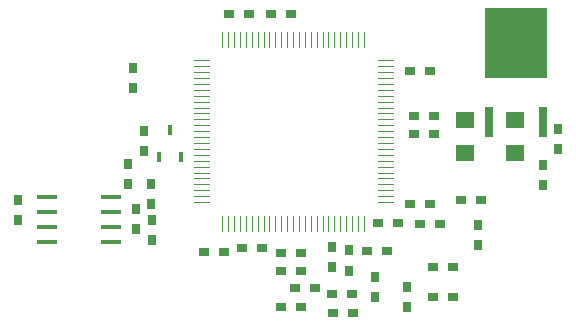
<source format=gbr>
G04 DipTrace 2.4.0.2*
%INTopPaste.gbr*%
%MOIN*%
%ADD45R,0.063X0.0551*%
%ADD47R,0.0709X0.0157*%
%ADD49R,0.2106X0.2343*%
%ADD51R,0.0315X0.1004*%
%ADD53R,0.0X0.0551*%
%ADD54R,0.0551X0.0*%
%ADD60R,0.0177X0.0335*%
%ADD66R,0.0315X0.0354*%
%ADD68R,0.0354X0.0315*%
%FSLAX44Y44*%
G04*
G70*
G90*
G75*
G01*
%LNTopPaste*%
%LPD*%
D68*
X12125Y15375D3*
X11456D3*
X10627Y7447D3*
X11296D3*
X17625Y11375D3*
X18295D3*
X17625Y12000D3*
X18295D3*
X12875Y15375D3*
X13544D3*
X17500Y13500D3*
X18170D3*
D66*
X22417Y11557D3*
Y10888D3*
D68*
X11887Y7597D3*
X12556D3*
X18501Y8375D3*
X17831D3*
X13188Y6812D3*
X13857D3*
X17107Y8407D3*
X16438D3*
X13188Y7437D3*
X13857D3*
D66*
X17407Y5617D3*
Y6286D3*
X16327Y5947D3*
Y6616D3*
X4447Y8527D3*
Y9196D3*
X8107Y9727D3*
Y10396D3*
X8887Y7867D3*
Y8536D3*
X8857Y9727D3*
Y9058D3*
X8377Y8227D3*
Y8896D3*
D60*
X9127Y10627D3*
X9875D3*
X9501Y11533D3*
D66*
X8257Y12937D3*
Y13606D3*
X21938Y9687D3*
Y10356D3*
D68*
X14917Y5407D3*
X15586D3*
X15577Y6067D3*
X14908D3*
X18937Y5947D3*
X18268D3*
X18277Y6967D3*
X18946D3*
X16063Y7499D3*
X16732D3*
D66*
X15457Y7507D3*
Y6838D3*
D68*
X17500Y9062D3*
X18170D3*
X13188Y5624D3*
X13857D3*
X14347Y6247D3*
X13678D3*
D66*
X14887Y7627D3*
Y6958D3*
X19777Y7687D3*
Y8356D3*
D68*
X19207Y9187D3*
X19876D3*
D66*
X8647Y11497D3*
Y10828D3*
D54*
X10562Y13813D3*
Y13616D3*
Y13419D3*
Y13222D3*
Y13025D3*
Y12828D3*
Y12631D3*
Y12435D3*
Y12238D3*
Y12041D3*
Y11844D3*
Y11647D3*
Y11450D3*
Y11254D3*
Y11057D3*
Y10860D3*
Y10663D3*
Y10466D3*
Y10269D3*
Y10072D3*
Y9876D3*
Y9679D3*
Y9482D3*
Y9285D3*
Y9088D3*
D53*
X11271Y8380D3*
X11468D3*
X11665D3*
X11861D3*
X12058D3*
X12255D3*
X12452D3*
X12649D3*
X12846D3*
X13043D3*
X13239D3*
X13436D3*
X13633D3*
X13830D3*
X14027D3*
X14224D3*
X14421D3*
X14617D3*
X14814D3*
X15011D3*
X15208D3*
X15405D3*
X15602D3*
X15798D3*
X15995D3*
D54*
X16704Y9088D3*
Y9285D3*
Y9482D3*
Y9679D3*
Y9876D3*
Y10072D3*
Y10269D3*
Y10466D3*
Y10663D3*
Y10860D3*
Y11057D3*
Y11254D3*
Y11450D3*
Y11647D3*
Y11844D3*
Y12041D3*
Y12238D3*
Y12435D3*
Y12631D3*
Y12828D3*
Y13025D3*
Y13222D3*
Y13419D3*
Y13616D3*
Y13813D3*
D53*
X15995Y14521D3*
X15798D3*
X15602D3*
X15405D3*
X15208D3*
X15011D3*
X14814D3*
X14617D3*
X14421D3*
X14224D3*
X14027D3*
X13830D3*
X13633D3*
X13436D3*
X13239D3*
X13043D3*
X12846D3*
X12649D3*
X12452D3*
X12255D3*
X12058D3*
X11861D3*
X11665D3*
X11468D3*
X11271D3*
D51*
X20137Y11797D3*
X21932D3*
D49*
X21035Y14435D3*
D47*
X5407Y9277D3*
Y8777D3*
Y8277D3*
Y7777D3*
X7533D3*
Y8277D3*
Y8777D3*
Y9277D3*
D45*
X21012Y11860D3*
Y10757D3*
X19324Y11860D3*
Y10757D3*
M02*

</source>
